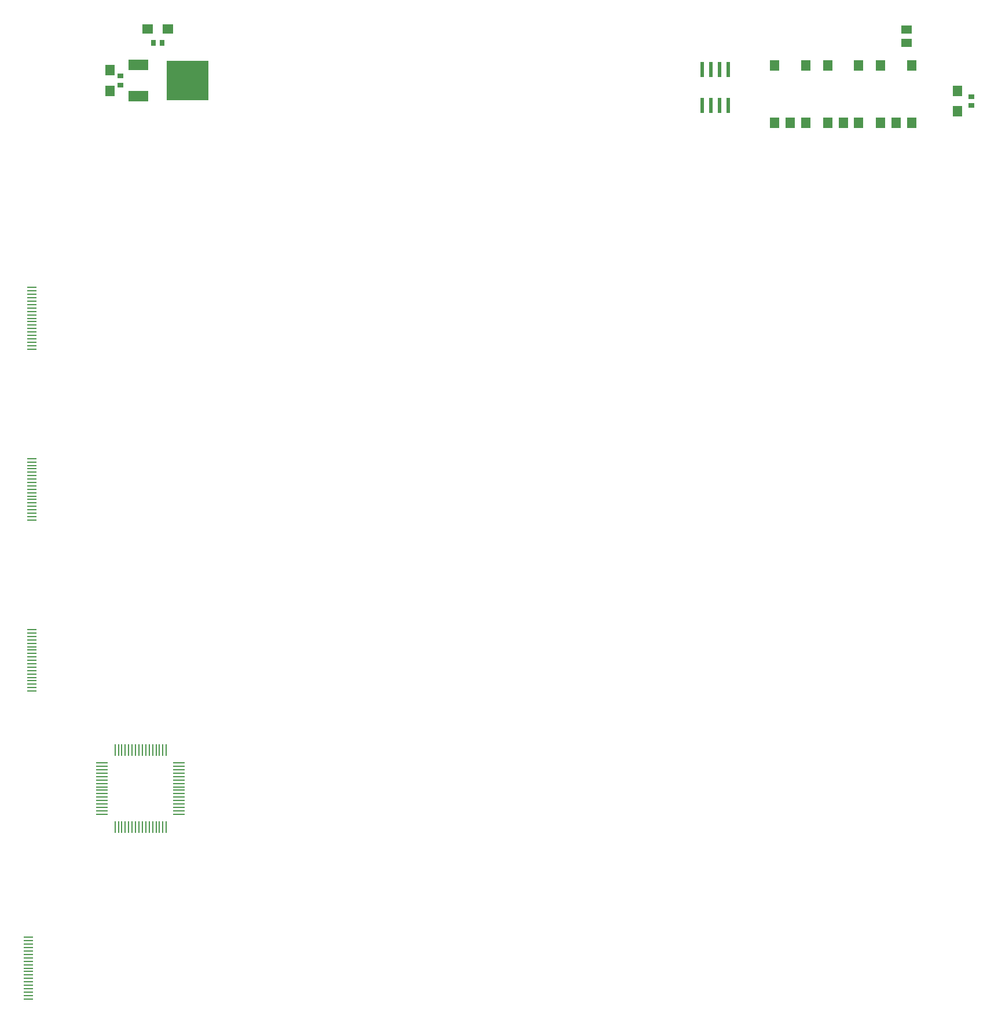
<source format=gbr>
G04 EAGLE Gerber RS-274X export*
G75*
%MOMM*%
%FSLAX34Y34*%
%LPD*%
%INSolderpaste Top*%
%IPPOS*%
%AMOC8*
5,1,8,0,0,1.08239X$1,22.5*%
G01*
%ADD10R,0.700000X0.900000*%
%ADD11R,0.900000X0.700000*%
%ADD12R,1.400000X1.600000*%
%ADD13R,1.600000X1.400000*%
%ADD14R,1.320800X0.177800*%
%ADD15R,0.600000X2.200000*%
%ADD16R,6.200000X5.800000*%
%ADD17R,3.000000X1.600000*%
%ADD18R,1.500000X1.300000*%
%ADD19R,1.651900X0.280000*%
%ADD20R,0.280000X1.651900*%


D10*
X291500Y1450000D03*
X278500Y1450000D03*
D11*
X230000Y1388500D03*
X230000Y1401500D03*
D12*
X1455000Y1380000D03*
X1455000Y1350000D03*
D11*
X1475000Y1371500D03*
X1475000Y1358500D03*
D13*
X300000Y1470000D03*
X270000Y1470000D03*
D12*
X215000Y1380000D03*
X215000Y1410000D03*
D14*
X100922Y1092545D03*
X100922Y1087465D03*
X100922Y1082385D03*
X100922Y1077559D03*
X100922Y1072479D03*
X100668Y1067399D03*
X100922Y1062573D03*
X101176Y1057493D03*
X100668Y1052413D03*
X100668Y1047333D03*
X100922Y1042507D03*
X100668Y1037427D03*
X100668Y1032601D03*
X100922Y1027521D03*
X100922Y1022441D03*
X100922Y1017615D03*
X100922Y1012535D03*
X100922Y1007455D03*
X100668Y1002375D03*
X100922Y842545D03*
X100922Y837465D03*
X100922Y832385D03*
X100922Y827559D03*
X100922Y822479D03*
X100668Y817399D03*
X100922Y812573D03*
X101176Y807493D03*
X100668Y802413D03*
X100668Y797333D03*
X100922Y792507D03*
X100668Y787427D03*
X100668Y782601D03*
X100922Y777521D03*
X100922Y772441D03*
X100922Y767615D03*
X100922Y762535D03*
X100922Y757455D03*
X100668Y752375D03*
X100922Y592545D03*
X100922Y587465D03*
X100922Y582385D03*
X100922Y577559D03*
X100922Y572479D03*
X100668Y567399D03*
X100922Y562573D03*
X101176Y557493D03*
X100668Y552413D03*
X100668Y547333D03*
X100922Y542507D03*
X100668Y537427D03*
X100668Y532601D03*
X100922Y527521D03*
X100922Y522441D03*
X100922Y517615D03*
X100922Y512535D03*
X100922Y507455D03*
X100668Y502375D03*
X95922Y142545D03*
X95922Y137465D03*
X95922Y132385D03*
X95922Y127559D03*
X95922Y122479D03*
X95668Y117399D03*
X95922Y112573D03*
X96176Y107493D03*
X95668Y102413D03*
X95668Y97333D03*
X95922Y92507D03*
X95668Y87427D03*
X95668Y82601D03*
X95922Y77521D03*
X95922Y72441D03*
X95922Y67615D03*
X95922Y62535D03*
X95922Y57455D03*
X95668Y52375D03*
D15*
X1106350Y1411000D03*
X1106350Y1359000D03*
X1119050Y1411000D03*
X1093650Y1411000D03*
X1080950Y1411000D03*
X1119050Y1359000D03*
X1093650Y1359000D03*
X1080950Y1359000D03*
D16*
X328800Y1395000D03*
D17*
X257000Y1417800D03*
X257000Y1372200D03*
D18*
X1380000Y1450500D03*
X1380000Y1469500D03*
D12*
X1342500Y1417000D03*
X1342500Y1333000D03*
X1365000Y1333000D03*
X1387500Y1333000D03*
X1387500Y1417000D03*
X1265000Y1417000D03*
X1265000Y1333000D03*
X1287500Y1333000D03*
X1310000Y1333000D03*
X1310000Y1417000D03*
X1187500Y1417000D03*
X1187500Y1333000D03*
X1210000Y1333000D03*
X1232500Y1333000D03*
X1232500Y1417000D03*
D19*
X203683Y397500D03*
X203683Y392500D03*
X203683Y387500D03*
X203683Y382500D03*
X203683Y377500D03*
X203683Y372500D03*
X203683Y367500D03*
X203683Y362500D03*
X203683Y357500D03*
X203683Y352500D03*
X203683Y347500D03*
X203683Y342500D03*
X203683Y337500D03*
X203683Y332500D03*
X203683Y327500D03*
X203683Y322500D03*
D20*
X222500Y303683D03*
X227500Y303683D03*
X232500Y303683D03*
X237500Y303683D03*
X242500Y303683D03*
X247500Y303683D03*
X252500Y303683D03*
X257500Y303683D03*
X262500Y303683D03*
X267500Y303683D03*
X272500Y303683D03*
X277500Y303683D03*
X282500Y303683D03*
X287500Y303683D03*
X292500Y303683D03*
X297500Y303683D03*
D19*
X316317Y322500D03*
X316317Y327500D03*
X316317Y332500D03*
X316317Y337500D03*
X316317Y342500D03*
X316317Y347500D03*
X316317Y352500D03*
X316317Y357500D03*
X316317Y362500D03*
X316317Y367500D03*
X316317Y372500D03*
X316317Y377500D03*
X316317Y382500D03*
X316317Y387500D03*
X316317Y392500D03*
X316317Y397500D03*
D20*
X297500Y416317D03*
X292500Y416317D03*
X287500Y416317D03*
X282500Y416317D03*
X277500Y416317D03*
X272500Y416317D03*
X267500Y416317D03*
X262500Y416317D03*
X257500Y416317D03*
X252500Y416317D03*
X247500Y416317D03*
X242500Y416317D03*
X237500Y416317D03*
X232500Y416317D03*
X227500Y416317D03*
X222500Y416317D03*
M02*

</source>
